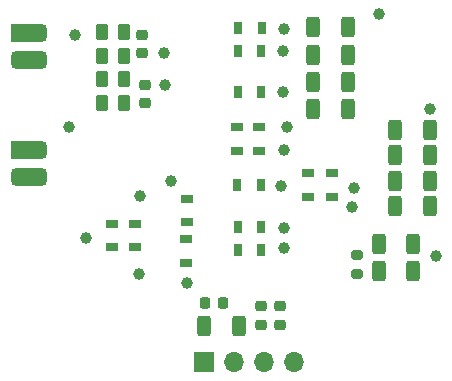
<source format=gts>
G04 #@! TF.GenerationSoftware,KiCad,Pcbnew,(6.0.5)*
G04 #@! TF.CreationDate,2022-06-06T21:17:38+08:00*
G04 #@! TF.ProjectId,SX7H02060050-1,53583748-3032-4303-9630-3035302d312e,rev?*
G04 #@! TF.SameCoordinates,PX8af34a0PY598cce0*
G04 #@! TF.FileFunction,Soldermask,Top*
G04 #@! TF.FilePolarity,Negative*
%FSLAX46Y46*%
G04 Gerber Fmt 4.6, Leading zero omitted, Abs format (unit mm)*
G04 Created by KiCad (PCBNEW (6.0.5)) date 2022-06-06 21:17:38*
%MOMM*%
%LPD*%
G01*
G04 APERTURE LIST*
G04 Aperture macros list*
%AMRoundRect*
0 Rectangle with rounded corners*
0 $1 Rounding radius*
0 $2 $3 $4 $5 $6 $7 $8 $9 X,Y pos of 4 corners*
0 Add a 4 corners polygon primitive as box body*
4,1,4,$2,$3,$4,$5,$6,$7,$8,$9,$2,$3,0*
0 Add four circle primitives for the rounded corners*
1,1,$1+$1,$2,$3*
1,1,$1+$1,$4,$5*
1,1,$1+$1,$6,$7*
1,1,$1+$1,$8,$9*
0 Add four rect primitives between the rounded corners*
20,1,$1+$1,$2,$3,$4,$5,0*
20,1,$1+$1,$4,$5,$6,$7,0*
20,1,$1+$1,$6,$7,$8,$9,0*
20,1,$1+$1,$8,$9,$2,$3,0*%
G04 Aperture macros list end*
%ADD10R,1.000000X0.800000*%
%ADD11RoundRect,0.250000X-0.262500X-0.450000X0.262500X-0.450000X0.262500X0.450000X-0.262500X0.450000X0*%
%ADD12RoundRect,0.250000X0.312500X0.625000X-0.312500X0.625000X-0.312500X-0.625000X0.312500X-0.625000X0*%
%ADD13C,1.000000*%
%ADD14RoundRect,0.225000X0.250000X-0.225000X0.250000X0.225000X-0.250000X0.225000X-0.250000X-0.225000X0*%
%ADD15RoundRect,0.225000X-0.250000X0.225000X-0.250000X-0.225000X0.250000X-0.225000X0.250000X0.225000X0*%
%ADD16R,2.000000X1.500000*%
%ADD17RoundRect,0.375000X-0.625000X-0.375000X0.625000X-0.375000X0.625000X0.375000X-0.625000X0.375000X0*%
%ADD18R,0.800000X1.000000*%
%ADD19RoundRect,0.200000X-0.275000X0.200000X-0.275000X-0.200000X0.275000X-0.200000X0.275000X0.200000X0*%
%ADD20RoundRect,0.250000X0.262500X0.450000X-0.262500X0.450000X-0.262500X-0.450000X0.262500X-0.450000X0*%
%ADD21R,1.700000X1.700000*%
%ADD22O,1.700000X1.700000*%
%ADD23RoundRect,0.225000X0.225000X0.250000X-0.225000X0.250000X-0.225000X-0.250000X0.225000X-0.250000X0*%
G04 APERTURE END LIST*
D10*
G04 #@! TO.C,D207*
X-4075000Y11175000D03*
X-4075000Y13175000D03*
G04 #@! TD*
D11*
G04 #@! TO.C,R202*
X-6862500Y27400000D03*
X-5037500Y27400000D03*
G04 #@! TD*
D12*
G04 #@! TO.C,R211*
X19465500Y11477000D03*
X16540500Y11477000D03*
G04 #@! TD*
G04 #@! TO.C,R221*
X13937500Y22850000D03*
X11012500Y22850000D03*
G04 #@! TD*
D11*
G04 #@! TO.C,R203*
X-6862500Y23400000D03*
X-5037500Y23400000D03*
G04 #@! TD*
D12*
G04 #@! TO.C,R206*
X13937500Y25166668D03*
X11012500Y25166668D03*
G04 #@! TD*
D13*
G04 #@! TO.C,TP212*
X-1050000Y16775000D03*
G04 #@! TD*
G04 #@! TO.C,TP201*
X-1575000Y24925000D03*
G04 #@! TD*
D12*
G04 #@! TO.C,R222*
X20862500Y16811000D03*
X17937500Y16811000D03*
G04 #@! TD*
D14*
G04 #@! TO.C,C204*
X8200000Y4625000D03*
X8200000Y6175000D03*
G04 #@! TD*
D13*
G04 #@! TO.C,TP221*
X14325000Y14575000D03*
G04 #@! TD*
D10*
G04 #@! TO.C,D213*
X6450000Y21325000D03*
X6450000Y19325000D03*
G04 #@! TD*
D15*
G04 #@! TO.C,C202*
X-3200000Y24925000D03*
X-3200000Y23375000D03*
G04 #@! TD*
D13*
G04 #@! TO.C,TP208*
X-3725000Y8925000D03*
G04 #@! TD*
G04 #@! TO.C,TP225*
X8750000Y21350000D03*
G04 #@! TD*
G04 #@! TO.C,TP215*
X-3625000Y15525000D03*
G04 #@! TD*
D10*
G04 #@! TO.C,D209*
X12575000Y17425000D03*
X12575000Y15425000D03*
G04 #@! TD*
G04 #@! TO.C,D214*
X4525000Y21325000D03*
X4525000Y19325000D03*
G04 #@! TD*
D16*
G04 #@! TO.C,SW202*
X-13600000Y29350000D03*
D17*
X-12550000Y29350000D03*
X-12550000Y27050000D03*
X-13600000Y27050000D03*
G04 #@! TD*
D12*
G04 #@! TO.C,R205*
X19462500Y9150000D03*
X16537500Y9150000D03*
G04 #@! TD*
D13*
G04 #@! TO.C,TP211*
X300000Y8150000D03*
G04 #@! TD*
G04 #@! TO.C,TP222*
X8550000Y29650000D03*
G04 #@! TD*
D17*
G04 #@! TO.C,SW201*
X-12525000Y19425000D03*
D16*
X-13575000Y19425000D03*
D17*
X-12525000Y17125000D03*
X-13575000Y17125000D03*
G04 #@! TD*
D18*
G04 #@! TO.C,D201*
X4600000Y24300000D03*
X6600000Y24300000D03*
G04 #@! TD*
D10*
G04 #@! TO.C,D208*
X-6025000Y11175000D03*
X-6025000Y13175000D03*
G04 #@! TD*
D13*
G04 #@! TO.C,TP205*
X-9200000Y29150000D03*
G04 #@! TD*
D10*
G04 #@! TO.C,D204*
X300000Y13275000D03*
X300000Y15275000D03*
G04 #@! TD*
D13*
G04 #@! TO.C,TP207*
X21375000Y10425000D03*
G04 #@! TD*
G04 #@! TO.C,TP219*
X20924000Y22907000D03*
G04 #@! TD*
G04 #@! TO.C,TP214*
X8525000Y11075000D03*
G04 #@! TD*
D10*
G04 #@! TO.C,D210*
X10600000Y17425000D03*
X10600000Y15425000D03*
G04 #@! TD*
D13*
G04 #@! TO.C,TP224*
X8475000Y27775000D03*
G04 #@! TD*
D12*
G04 #@! TO.C,R207*
X20862500Y18970000D03*
X17937500Y18970000D03*
G04 #@! TD*
D19*
G04 #@! TO.C,R217*
X14700000Y10550000D03*
X14700000Y8900000D03*
G04 #@! TD*
D13*
G04 #@! TO.C,TP216*
X-8200000Y11975000D03*
G04 #@! TD*
G04 #@! TO.C,TP213*
X8525000Y12800000D03*
G04 #@! TD*
D12*
G04 #@! TO.C,R224*
X20862500Y21129000D03*
X17937500Y21129000D03*
G04 #@! TD*
D13*
G04 #@! TO.C,TP204*
X-9700000Y21400000D03*
G04 #@! TD*
D18*
G04 #@! TO.C,D212*
X4625000Y27775000D03*
X6625000Y27775000D03*
G04 #@! TD*
D20*
G04 #@! TO.C,R204*
X-5037500Y29400000D03*
X-6862500Y29400000D03*
G04 #@! TD*
D13*
G04 #@! TO.C,TP209*
X8450000Y24300000D03*
G04 #@! TD*
D18*
G04 #@! TO.C,D206*
X4600000Y10950000D03*
X6600000Y10950000D03*
G04 #@! TD*
D21*
G04 #@! TO.C,J201*
X1750000Y1475000D03*
D22*
X4290000Y1475000D03*
X6830000Y1475000D03*
X9370000Y1475000D03*
G04 #@! TD*
D13*
G04 #@! TO.C,TP210*
X8300000Y16400000D03*
G04 #@! TD*
G04 #@! TO.C,TP220*
X14500000Y16200000D03*
G04 #@! TD*
D12*
G04 #@! TO.C,R223*
X13937500Y29800000D03*
X11012500Y29800000D03*
G04 #@! TD*
D18*
G04 #@! TO.C,D202*
X4575000Y16425000D03*
X6575000Y16425000D03*
G04 #@! TD*
D23*
G04 #@! TO.C,C201*
X3375000Y6450000D03*
X1825000Y6450000D03*
G04 #@! TD*
D12*
G04 #@! TO.C,R219*
X20862500Y14652000D03*
X17937500Y14652000D03*
G04 #@! TD*
D13*
G04 #@! TO.C,TP202*
X-1600000Y27625000D03*
G04 #@! TD*
G04 #@! TO.C,TP218*
X16550000Y30900000D03*
G04 #@! TD*
D10*
G04 #@! TO.C,D203*
X275000Y11850000D03*
X275000Y9850000D03*
G04 #@! TD*
D12*
G04 #@! TO.C,R228*
X4712500Y4550000D03*
X1787500Y4550000D03*
G04 #@! TD*
D13*
G04 #@! TO.C,TP223*
X8550000Y19400000D03*
G04 #@! TD*
D12*
G04 #@! TO.C,R220*
X13937500Y27483334D03*
X11012500Y27483334D03*
G04 #@! TD*
D15*
G04 #@! TO.C,C203*
X-3450000Y29175000D03*
X-3450000Y27625000D03*
G04 #@! TD*
D18*
G04 #@! TO.C,D211*
X4650000Y29750000D03*
X6650000Y29750000D03*
G04 #@! TD*
D11*
G04 #@! TO.C,R201*
X-6862500Y25400000D03*
X-5037500Y25400000D03*
G04 #@! TD*
D14*
G04 #@! TO.C,C205*
X6600000Y4625000D03*
X6600000Y6175000D03*
G04 #@! TD*
D18*
G04 #@! TO.C,D205*
X4600000Y12925000D03*
X6600000Y12925000D03*
G04 #@! TD*
M02*

</source>
